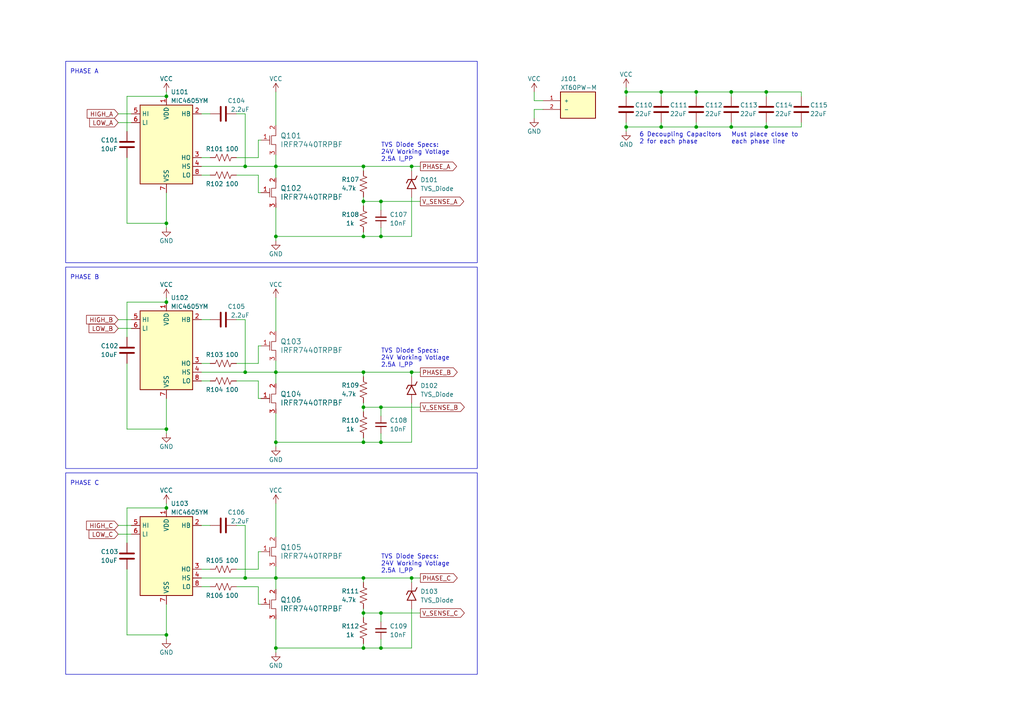
<source format=kicad_sch>
(kicad_sch (version 20230121) (generator eeschema)
  (paper "A4")
  (lib_symbols
    (symbol "Device:C" (pin_numbers hide) (pin_names (offset 0.254))
      (property "Reference" "C" (at 0.635 2.54 0))
      (property "Value" "C" (at 0.635 -2.54 0))
      (symbol "C_0_1"
        (polyline (pts (xy -2.032 -0.762) (xy 2.032 -0.762)) (stroke (width 0.508)))
        (polyline (pts (xy -2.032 0.762) (xy 2.032 0.762)) (stroke (width 0.508)))
      )
      (symbol "C_1_1"
        (pin passive line (at 0 3.81 270) (length 2.794) (name "~") (number "1"))
        (pin passive line (at 0 -3.81 90) (length 2.794) (name "~") (number "2"))
      )
    )
    (symbol "Device:C_Small" (pin_numbers hide) (pin_names (offset 0.254) hide)
      (property "Reference" "C" (at 0.254 1.778 0))
      (property "Value" "C_Small" (at 0.254 -2.032 0))
      (symbol "C_Small_0_1"
        (polyline (pts (xy -1.524 -0.508) (xy 1.524 -0.508)) (stroke (width 0.3302)))
        (polyline (pts (xy -1.524 0.508) (xy 1.524 0.508)) (stroke (width 0.3048)))
      )
      (symbol "C_Small_1_1"
        (pin passive line (at 0 2.54 270) (length 2.032) (name "~") (number "1"))
        (pin passive line (at 0 -2.54 90) (length 2.032) (name "~") (number "2"))
      )
    )
    (symbol "Device:R_US" (pin_numbers hide) (pin_names (offset 0))
      (property "Reference" "R" (at 2.54 0 90))
      (property "Value" "R_US" (at -2.54 0 90))
      (symbol "R_US_0_1"
        (polyline (pts (xy 0 -2.286) (xy 0 -2.54)))
        (polyline (pts (xy 0 2.286) (xy 0 2.54)))
        (polyline (pts (xy 0 -0.762) (xy 1.016 -1.143) (xy 0 -1.524) (xy -1.016 -1.905) (xy 0 -2.286)))
        (polyline (pts (xy 0 0.762) (xy 1.016 0.381) (xy 0 0) (xy -1.016 -0.381) (xy 0 -0.762)))
        (polyline (pts (xy 0 2.286) (xy 1.016 1.905) (xy 0 1.524) (xy -1.016 1.143) (xy 0 0.762)))
      )
      (symbol "R_US_1_1"
        (pin passive line (at 0 3.81 270) (length 1.27) (name "~") (number "1"))
        (pin passive line (at 0 -3.81 90) (length 1.27) (name "~") (number "2"))
      )
    )
    (symbol "Driver_FET:MIC4604YM"
      (property "Reference" "U" (at -8.89 -8.89 0))
      (property "Value" "MIC4604YM" (at -8.89 -11.43 0))
      (symbol "MIC4604YM_0_1"
        (rectangle (start -7.62 -12.7) (end 7.62 10.16) (stroke (width 0.254)) (fill (type background)))
      )
      (symbol "MIC4604YM_1_1"
        (pin power_in line (at 0 12.7 270) (length 2.54) (name "VDD") (number "1"))
        (pin passive line (at 10.16 7.62 180) (length 2.54) (name "HB") (number "2"))
        (pin output line (at 10.16 -5.08 180) (length 2.54) (name "HO") (number "3"))
        (pin passive line (at 10.16 -7.62 180) (length 2.54) (name "HS") (number "4"))
        (pin input line (at -10.16 7.62 0) (length 2.54) (name "HI") (number "5"))
        (pin input line (at -10.16 5.08 0) (length 2.54) (name "LI") (number "6"))
        (pin power_in line (at 0 -15.24 90) (length 2.54) (name "VSS") (number "7"))
        (pin output line (at 10.16 -10.16 180) (length 2.54) (name "LO") (number "8"))
      )
    )
    (symbol "IRF7440TRPBF:IRFR7440TRPBF" (pin_names (offset 0.254) hide)
      (property "Reference" "Q" (at 2.794 1.27 0))
      (property "Value" "IRFR7440TRPBF" (at 10.922 -1.27 0))
      (symbol "IRFR7440TRPBF_1_1"
        (polyline (pts (xy -0.508 1.27) (xy -0.508 -1.27)))
        (polyline (pts (xy 0 -1.27) (xy 1.27 -1.27) (xy 1.27 -3.048)))
        (polyline (pts (xy 0 -1.27) (xy 0 1.27) (xy 1.27 1.27) (xy 1.27 3.048)))
        (pin input line (at -3.048 0 0) (length 2.54) (name "G") (number "1"))
        (pin input line (at 1.27 4.318 270) (length 1.27) (name "S") (number "2"))
        (pin output line (at 1.27 -4.318 90) (length 1.27) (name "D") (number "3"))
      )
    )
    (symbol "SMF4L24AT1G:SMF4L24AT1G" (pin_numbers hide) (pin_names hide)
      (property "Reference" "D1" (at 7.62 2.54 90))
      (property "Value" "TVS_Diode" (at 10.16 2.54 90))
      (symbol "SMF4L24AT1G_1_1"
        (polyline (pts (xy 6.5014 1.566) (xy 7.5174 1.058)) (stroke (width 0.254)))
        (polyline (pts (xy 7.5174 -0.974) (xy 7.5174 1.058)) (stroke (width 0.254)))
        (polyline (pts (xy 7.5174 -0.974) (xy 8.5334 -1.482)) (stroke (width 0.254)))
        (polyline (pts (xy 7.62 0) (xy 10.16 1.27)) (stroke (width 0.254)))
        (polyline (pts (xy 10.16 -1.27) (xy 7.62 0)) (stroke (width 0.254)))
        (polyline (pts (xy 10.16 -1.27) (xy 10.16 1.27)) (stroke (width 0.254)))
        (pin passive line (at 4.98 0 0) (length 2.54) (name "K") (number "1"))
        (pin passive line (at 12.7 0 180) (length 2.54) (name "A") (number "2"))
      )
    )
    (symbol "XT60PW-M:XT60PW-M" (pin_names (offset 1.016))
      (property "Reference" "J101" (at -5.08 8.89 0))
      (property "Value" "XT60PW-M" (at -5.08 6.35 0))
      (symbol "XT60PW-M_0_0"
        (rectangle (start -5.08 5.08) (end 5.08 -2.54) (stroke (width 0.254)) (fill (type background)))
        (pin passive line (at -10.16 2.54 0) (length 5.08) (name "+") (number "1"))
        (pin passive line (at -10.16 0 0) (length 5.08) (name "-") (number "2"))
      )
    )
    (symbol "power:GND" (power) (pin_names (offset 0))
      (property "Value" "GND" (at 0 -3.81 0))
      (symbol "GND_0_1"
        (polyline (pts (xy 0 0) (xy 0 -1.27) (xy 1.27 -1.27) (xy 0 -2.54) (xy -1.27 -1.27) (xy 0 -1.27)))
      )
      (symbol "GND_1_1"
        (pin power_in line (at 0 0 270) (length 0) hide (name "GND") (number "1"))
      )
    )
    (symbol "power:VCC" (power) (pin_names (offset 0))
      (property "Value" "VCC" (at 0 3.81 0))
      (symbol "VCC_0_1"
        (polyline (pts (xy -0.762 1.27) (xy 0 2.54)))
        (polyline (pts (xy 0 0) (xy 0 2.54)))
        (polyline (pts (xy 0 2.54) (xy 0.762 1.27)))
      )
      (symbol "VCC_1_1"
        (pin power_in line (at 0 0 90) (length 0) hide (name "VCC") (number "1"))
      )
    )
  )
  (junction (at 222.25 26.67))
  (junction (at 191.77 26.67))
  (junction (at 191.77 36.83))
  (junction (at 119.38 167.64))
  (junction (at 110.49 58.42))
  (junction (at 48.26 124.46))
  (junction (at 48.26 87.63))
  (junction (at 212.09 26.67))
  (junction (at 48.26 64.77))
  (junction (at 222.25 36.83))
  (junction (at 80.01 107.95))
  (junction (at 80.01 167.64))
  (junction (at 105.41 187.96))
  (junction (at 48.26 184.15))
  (junction (at 105.41 48.26))
  (junction (at 80.01 68.58))
  (junction (at 80.01 187.96))
  (junction (at 105.41 58.42))
  (junction (at 105.41 167.64))
  (junction (at 212.09 36.83))
  (junction (at 119.38 107.95))
  (junction (at 110.49 177.8))
  (junction (at 110.49 128.27))
  (junction (at 110.49 187.96))
  (junction (at 105.41 177.8))
  (junction (at 80.01 128.27))
  (junction (at 48.26 27.94))
  (junction (at 110.49 68.58))
  (junction (at 201.93 26.67))
  (junction (at 105.41 128.27))
  (junction (at 105.41 107.95))
  (junction (at 181.61 36.83))
  (junction (at 80.01 48.26))
  (junction (at 71.12 48.26))
  (junction (at 201.93 36.83))
  (junction (at 71.12 167.64))
  (junction (at 105.41 118.11))
  (junction (at 48.26 147.32))
  (junction (at 119.38 48.26))
  (junction (at 181.61 26.67))
  (junction (at 105.41 68.58))
  (junction (at 110.49 118.11))
  (junction (at 71.12 107.95))
  (wire (pts (xy 119.38 116.94) (xy 119.38 128.27)))
  (wire (pts (xy 105.41 128.27) (xy 110.49 128.27)))
  (wire (pts (xy 110.49 185.42) (xy 110.49 187.96)))
  (wire (pts (xy 48.26 124.46) (xy 48.26 125.73)))
  (wire (pts (xy 68.58 105.41) (xy 74.93 105.41)))
  (wire (pts (xy 58.42 92.71) (xy 60.96 92.71)))
  (wire (pts (xy 110.49 58.42) (xy 121.92 58.42)))
  (wire (pts (xy 105.41 167.64) (xy 105.41 168.91)))
  (wire (pts (xy 68.58 45.72) (xy 74.93 45.72)))
  (wire (pts (xy 68.58 152.4) (xy 71.12 152.4)))
  (wire (pts (xy 34.29 92.71) (xy 38.1 92.71)))
  (wire (pts (xy 119.38 48.26) (xy 121.92 48.26)))
  (wire (pts (xy 181.61 36.83) (xy 181.61 38.1)))
  (wire (pts (xy 105.41 107.95) (xy 119.38 107.95)))
  (wire (pts (xy 71.12 92.71) (xy 71.12 107.95)))
  (wire (pts (xy 36.83 27.94) (xy 36.83 38.1)))
  (wire (pts (xy 105.41 58.42) (xy 105.41 57.15)))
  (wire (pts (xy 74.93 50.8) (xy 74.93 55.88)))
  (wire (pts (xy 232.41 26.67) (xy 232.41 27.94)))
  (wire (pts (xy 80.01 107.95) (xy 105.41 107.95)))
  (wire (pts (xy 157.48 29.21) (xy 154.94 29.21)))
  (wire (pts (xy 48.26 175.26) (xy 48.26 184.15)))
  (wire (pts (xy 48.26 147.32) (xy 36.83 147.32)))
  (wire (pts (xy 201.93 36.83) (xy 212.09 36.83)))
  (wire (pts (xy 80.01 69.85) (xy 80.01 68.58)))
  (wire (pts (xy 34.29 152.4) (xy 38.1 152.4)))
  (wire (pts (xy 105.41 58.42) (xy 110.49 58.42)))
  (wire (pts (xy 80.01 48.26) (xy 80.01 51.562)))
  (wire (pts (xy 74.93 105.41) (xy 74.93 100.33)))
  (wire (pts (xy 157.48 31.75) (xy 154.94 31.75)))
  (wire (pts (xy 80.01 60.198) (xy 80.01 68.58)))
  (wire (pts (xy 119.38 167.64) (xy 121.92 167.64)))
  (wire (pts (xy 80.01 155.702) (xy 80.01 146.05)))
  (wire (pts (xy 48.26 184.15) (xy 48.26 185.42)))
  (wire (pts (xy 181.61 25.4) (xy 181.61 26.67)))
  (wire (pts (xy 105.41 118.11) (xy 110.49 118.11)))
  (wire (pts (xy 191.77 36.83) (xy 201.93 36.83)))
  (wire (pts (xy 105.41 118.11) (xy 105.41 116.84)))
  (wire (pts (xy 105.41 48.26) (xy 119.38 48.26)))
  (wire (pts (xy 181.61 35.56) (xy 181.61 36.83)))
  (wire (pts (xy 34.29 33.02) (xy 38.1 33.02)))
  (wire (pts (xy 58.42 167.64) (xy 71.12 167.64)))
  (wire (pts (xy 68.58 110.49) (xy 74.93 110.49)))
  (wire (pts (xy 48.26 87.63) (xy 36.83 87.63)))
  (wire (pts (xy 74.93 55.88) (xy 75.692 55.88)))
  (wire (pts (xy 80.01 68.58) (xy 105.41 68.58)))
  (wire (pts (xy 68.58 92.71) (xy 71.12 92.71)))
  (wire (pts (xy 212.09 36.83) (xy 222.25 36.83)))
  (wire (pts (xy 48.26 26.67) (xy 48.26 27.94)))
  (wire (pts (xy 212.09 26.67) (xy 222.25 26.67)))
  (wire (pts (xy 110.49 177.8) (xy 121.92 177.8)))
  (wire (pts (xy 58.42 107.95) (xy 71.12 107.95)))
  (wire (pts (xy 80.01 107.95) (xy 80.01 111.252)))
  (wire (pts (xy 119.38 48.26) (xy 119.38 49.53)))
  (wire (pts (xy 105.41 167.64) (xy 119.38 167.64)))
  (wire (pts (xy 191.77 35.56) (xy 191.77 36.83)))
  (wire (pts (xy 34.29 154.94) (xy 38.1 154.94)))
  (wire (pts (xy 58.42 48.26) (xy 71.12 48.26)))
  (wire (pts (xy 71.12 33.02) (xy 71.12 48.26)))
  (wire (pts (xy 110.49 177.8) (xy 110.49 180.34)))
  (wire (pts (xy 74.93 40.64) (xy 75.692 40.64)))
  (wire (pts (xy 119.38 107.95) (xy 119.38 109.22)))
  (wire (pts (xy 105.41 68.58) (xy 110.49 68.58)))
  (wire (pts (xy 212.09 35.56) (xy 212.09 36.83)))
  (wire (pts (xy 119.38 167.64) (xy 119.38 168.91)))
  (wire (pts (xy 212.09 26.67) (xy 212.09 27.94)))
  (wire (pts (xy 48.26 64.77) (xy 48.26 66.04)))
  (wire (pts (xy 105.41 118.11) (xy 105.41 119.38)))
  (wire (pts (xy 110.49 125.73) (xy 110.49 128.27)))
  (wire (pts (xy 36.83 165.1) (xy 36.83 184.15)))
  (wire (pts (xy 181.61 26.67) (xy 181.61 27.94)))
  (wire (pts (xy 71.12 167.64) (xy 80.01 167.64)))
  (wire (pts (xy 80.01 167.64) (xy 105.41 167.64)))
  (wire (pts (xy 110.49 118.11) (xy 121.92 118.11)))
  (wire (pts (xy 58.42 50.8) (xy 60.96 50.8)))
  (wire (pts (xy 191.77 26.67) (xy 191.77 27.94)))
  (wire (pts (xy 105.41 107.95) (xy 105.41 109.22)))
  (wire (pts (xy 105.41 127) (xy 105.41 128.27)))
  (wire (pts (xy 201.93 35.56) (xy 201.93 36.83)))
  (wire (pts (xy 74.93 175.26) (xy 75.692 175.26)))
  (wire (pts (xy 36.83 45.72) (xy 36.83 64.77)))
  (wire (pts (xy 80.01 128.27) (xy 105.41 128.27)))
  (wire (pts (xy 68.58 33.02) (xy 71.12 33.02)))
  (wire (pts (xy 71.12 48.26) (xy 80.01 48.26)))
  (wire (pts (xy 48.26 55.88) (xy 48.26 64.77)))
  (wire (pts (xy 68.58 50.8) (xy 74.93 50.8)))
  (wire (pts (xy 201.93 26.67) (xy 212.09 26.67)))
  (wire (pts (xy 80.01 129.54) (xy 80.01 128.27)))
  (wire (pts (xy 48.26 86.36) (xy 48.26 87.63)))
  (wire (pts (xy 80.01 36.322) (xy 80.01 26.67)))
  (wire (pts (xy 68.58 170.18) (xy 74.93 170.18)))
  (wire (pts (xy 74.93 165.1) (xy 74.93 160.02)))
  (wire (pts (xy 105.41 67.31) (xy 105.41 68.58)))
  (wire (pts (xy 71.12 152.4) (xy 71.12 167.64)))
  (wire (pts (xy 58.42 33.02) (xy 60.96 33.02)))
  (wire (pts (xy 80.01 48.26) (xy 105.41 48.26)))
  (wire (pts (xy 105.41 177.8) (xy 110.49 177.8)))
  (wire (pts (xy 36.83 64.77) (xy 48.26 64.77)))
  (wire (pts (xy 74.93 45.72) (xy 74.93 40.64)))
  (wire (pts (xy 222.25 35.56) (xy 222.25 36.83)))
  (wire (pts (xy 71.12 107.95) (xy 80.01 107.95)))
  (wire (pts (xy 58.42 170.18) (xy 60.96 170.18)))
  (wire (pts (xy 80.01 119.888) (xy 80.01 128.27)))
  (wire (pts (xy 154.94 31.75) (xy 154.94 34.29)))
  (wire (pts (xy 191.77 26.67) (xy 201.93 26.67)))
  (wire (pts (xy 119.38 176.63) (xy 119.38 187.96)))
  (wire (pts (xy 74.93 170.18) (xy 74.93 175.26)))
  (wire (pts (xy 36.83 87.63) (xy 36.83 97.79)))
  (wire (pts (xy 80.01 187.96) (xy 105.41 187.96)))
  (wire (pts (xy 80.01 189.23) (xy 80.01 187.96)))
  (wire (pts (xy 119.38 57.25) (xy 119.38 68.58)))
  (wire (pts (xy 105.41 177.8) (xy 105.41 179.07)))
  (wire (pts (xy 181.61 26.67) (xy 191.77 26.67)))
  (wire (pts (xy 201.93 26.67) (xy 201.93 27.94)))
  (wire (pts (xy 68.58 165.1) (xy 74.93 165.1)))
  (wire (pts (xy 110.49 68.58) (xy 119.38 68.58)))
  (wire (pts (xy 36.83 105.41) (xy 36.83 124.46)))
  (wire (pts (xy 80.01 179.578) (xy 80.01 187.96)))
  (wire (pts (xy 80.01 104.648) (xy 80.01 107.95)))
  (wire (pts (xy 74.93 110.49) (xy 74.93 115.57)))
  (wire (pts (xy 58.42 110.49) (xy 60.96 110.49)))
  (wire (pts (xy 80.01 44.958) (xy 80.01 48.26)))
  (wire (pts (xy 34.29 95.25) (xy 38.1 95.25)))
  (wire (pts (xy 105.41 186.69) (xy 105.41 187.96)))
  (wire (pts (xy 110.49 58.42) (xy 110.49 60.96)))
  (wire (pts (xy 58.42 165.1) (xy 60.96 165.1)))
  (wire (pts (xy 110.49 128.27) (xy 119.38 128.27)))
  (wire (pts (xy 58.42 45.72) (xy 60.96 45.72)))
  (wire (pts (xy 110.49 187.96) (xy 119.38 187.96)))
  (wire (pts (xy 105.41 48.26) (xy 105.41 49.53)))
  (wire (pts (xy 48.26 146.05) (xy 48.26 147.32)))
  (wire (pts (xy 48.26 115.57) (xy 48.26 124.46)))
  (wire (pts (xy 222.25 36.83) (xy 232.41 36.83)))
  (wire (pts (xy 36.83 124.46) (xy 48.26 124.46)))
  (wire (pts (xy 74.93 115.57) (xy 75.692 115.57)))
  (wire (pts (xy 181.61 36.83) (xy 191.77 36.83)))
  (wire (pts (xy 105.41 177.8) (xy 105.41 176.53)))
  (wire (pts (xy 48.26 27.94) (xy 36.83 27.94)))
  (wire (pts (xy 110.49 118.11) (xy 110.49 120.65)))
  (wire (pts (xy 119.38 107.95) (xy 121.92 107.95)))
  (wire (pts (xy 74.93 100.33) (xy 75.692 100.33)))
  (wire (pts (xy 36.83 184.15) (xy 48.26 184.15)))
  (wire (pts (xy 222.25 26.67) (xy 232.41 26.67)))
  (wire (pts (xy 222.25 26.67) (xy 222.25 27.94)))
  (wire (pts (xy 58.42 105.41) (xy 60.96 105.41)))
  (wire (pts (xy 154.94 26.67) (xy 154.94 29.21)))
  (wire (pts (xy 80.01 164.338) (xy 80.01 167.64)))
  (wire (pts (xy 58.42 152.4) (xy 60.96 152.4)))
  (wire (pts (xy 34.29 35.56) (xy 38.1 35.56)))
  (wire (pts (xy 74.93 160.02) (xy 75.692 160.02)))
  (wire (pts (xy 80.01 96.012) (xy 80.01 86.36)))
  (wire (pts (xy 105.41 58.42) (xy 105.41 59.69)))
  (wire (pts (xy 110.49 66.04) (xy 110.49 68.58)))
  (wire (pts (xy 80.01 167.64) (xy 80.01 170.942)))
  (wire (pts (xy 232.41 36.83) (xy 232.41 35.56)))
  (wire (pts (xy 36.83 147.32) (xy 36.83 157.48)))
  (wire (pts (xy 105.41 187.96) (xy 110.49 187.96)))
  (rectangle (start 19.05 77.47) (end 138.43 135.89))
  (rectangle (start 19.05 17.78) (end 138.43 76.2))
  (rectangle (start 19.05 137.16) (end 138.43 195.58))
  (text "PHASE C\n" (at 20.32 140.97 0) (effects (font (size 1.27 1.27)) (justify left bottom)))
  (text "TVS Diode Specs:\n24V Working Votlage\n2.5A I_PP" (at 110.49 106.68 0) (effects (font (size 1.27 1.27)) (justify left bottom)))
  (text "PHASE B\n" (at 20.32 81.28 0) (effects (font (size 1.27 1.27)) (justify left bottom)))
  (text "TVS Diode Specs:\n24V Working Votlage\n2.5A I_PP" (at 110.49 46.99 0) (effects (font (size 1.27 1.27)) (justify left bottom)))
  (text "6 Decoupling Capacitors\n2 for each phase" (at 185.42 41.91 0) (effects (font (size 1.27 1.27)) (justify left bottom)))
  (text "Must place close to\neach phase line" (at 212.09 41.91 0) (effects (font (size 1.27 1.27)) (justify left bottom)))
  (text "PHASE A" (at 20.32 21.59 0) (effects (font (size 1.27 1.27)) (justify left bottom)))
  (text "TVS Diode Specs:\n24V Working Votlage\n2.5A I_PP" (at 110.49 166.37 0) (effects (font (size 1.27 1.27)) (justify left bottom)))
  (global_label "HIGH_B" (shape input) (at 34.29 92.71 180) (property "Intersheetrefs" "${INTERSHEET_REFS}" (effects hide)))
  (global_label "LOW_A" (shape input) (at 34.29 35.56 180) (property "Intersheetrefs" "${INTERSHEET_REFS}" (effects hide)))
  (global_label "LOW_C" (shape input) (at 34.29 154.94 180) (property "Intersheetrefs" "${INTERSHEET_REFS}" (effects hide)))
  (global_label "HIGH_A" (shape input) (at 34.29 33.02 180) (property "Intersheetrefs" "${INTERSHEET_REFS}" (effects hide)))
  (global_label "V_SENSE_B" (shape output) (at 121.92 118.11 0) (property "Intersheetrefs" "${INTERSHEET_REFS}" (effects hide)))
  (global_label "HIGH_C" (shape input) (at 34.29 152.4 180) (property "Intersheetrefs" "${INTERSHEET_REFS}" (effects hide)))
  (global_label "LOW_B" (shape input) (at 34.29 95.25 180) (property "Intersheetrefs" "${INTERSHEET_REFS}" (effects hide)))
  (global_label "PHASE_C" (shape output) (at 121.92 167.64 0) (property "Intersheetrefs" "${INTERSHEET_REFS}" (effects hide)))
  (global_label "PHASE_A" (shape output) (at 121.92 48.26 0) (property "Intersheetrefs" "${INTERSHEET_REFS}" (effects hide)))
  (global_label "V_SENSE_C" (shape output) (at 121.92 177.8 0) (property "Intersheetrefs" "${INTERSHEET_REFS}" (effects hide)))
  (global_label "PHASE_B" (shape output) (at 121.92 107.95 0) (property "Intersheetrefs" "${INTERSHEET_REFS}" (effects hide)))
  (global_label "V_SENSE_A" (shape output) (at 121.92 58.42 0) (property "Intersheetrefs" "${INTERSHEET_REFS}" (effects hide)))
  (symbol (lib_id "SMF4L24AT1G:SMF4L24AT1G") (at 119.38 163.93 270) (unit 1)
    (property "Reference" "D103" (at 121.92 171.55 90) (effects (justify left)))
    (property "Value" "TVS_Diode" (at 121.92 174.09 90) (effects (justify left)))
    (property "Footprint" "SODFL3619X98N" (effects hide))
    (property "Datasheet" "https://www.littelfuse.com/media?resourcetype=datasheets&itemid=f093622a-2591-4e70-85e6-32321d2f8c5a&filename=tvs-diode-smf4l-t1g-datasheet" (effects hide))
    (property "Height" "0.98" (effects hide))
    (property "Manufacturer_Name" "LITTELFUSE" (effects hide))
    (property "Manufacturer_Part_Number" "SMF4L24AT1G" (effects hide))
  )
  (symbol (lib_id "power:VCC") (at 48.26 26.67 0) (unit 1)
    (property "Reference" "#PWR0101" (effects hide))
    (property "Value" "VCC" (at 48.26 22.86 0))
  )
  (symbol (lib_id "Device:R_US") (at 64.77 170.18 270) (unit 1)
    (property "Reference" "R106" (at 62.23 172.72 90))
    (property "Value" "100" (at 67.31 172.72 90))
    (property "Footprint" "Resistor_SMD:R_0603_1608Metric" (effects hide))
  )
  (symbol (lib_id "Device:C_Small") (at 110.49 63.5 180) (unit 1)
    (property "Reference" "C107" (at 113.03 62.23 0) (effects (justify right)))
    (property "Value" "10nF" (at 113.03 64.77 0) (effects (justify right)))
    (property "Footprint" "Capacitor_SMD:C_0603_1608Metric" (effects hide))
  )
  (symbol (lib_id "power:VCC") (at 80.01 146.05 0) (unit 1)
    (property "Reference" "#PWR0111" (effects hide))
    (property "Value" "VCC" (at 80.01 142.24 0))
  )
  (symbol (lib_id "XT60PW-M:XT60PW-M") (at 167.64 31.75 0) (unit 1)
    (property "Reference" "J101" (at 162.56 22.86 0) (effects (justify left)))
    (property "Value" "XT60PW-M" (at 162.56 25.4 0) (effects (justify left)))
    (property "Footprint" "XT60PW-M:XT60PW-M" (effects hide))
    (property "MF" "AMASS" (effects hide))
    (property "MAXIMUM_PACKAGE_HEIGHT" "8.4 mm" (effects hide))
    (property "Package" "Package" (effects hide))
    (property "Price" "None" (effects hide))
    (property "Check_prices" "https://www.snapeda.com/parts/XT60PW-M/AMASS/view-part/?ref=eda" (effects hide))
    (property "STANDARD" "Manufacturer recommendations" (effects hide))
    (property "PARTREV" "V1.2" (effects hide))
    (property "SnapEDA_Link" "https://www.snapeda.com/parts/XT60PW-M/AMASS/view-part/?ref=snap" (effects hide))
    (property "MP" "XT60PW-M" (effects hide))
    (property "Description" "\nSocket, DC supply, male, PIN: 2\n" (effects hide))
    (property "Availability" "Not in stock" (effects hide))
    (property "MANUFACTURER" "AMASS" (effects hide))
  )
  (symbol (lib_id "IRF7440TRPBF:IRFR7440TRPBF") (at 78.74 175.26 0) (unit 1)
    (property "Reference" "Q106" (at 81.28 173.99 0) (effects (font (size 1.524 1.524)) (justify left)))
    (property "Value" "IRFR7440TRPBF" (at 81.28 176.53 0) (effects (font (size 1.524 1.524)) (justify left)))
    (property "Footprint" "D-Pak_IRFR7440TRPBF_INF" (effects hide))
    (property "Datasheet" "IRFR7440TRPBF" (effects hide))
  )
  (symbol (lib_id "power:GND") (at 48.26 66.04 0) (mirror y) (unit 1)
    (property "Reference" "#PWR0102" (effects hide))
    (property "Value" "GND" (at 48.26 69.85 0))
  )
  (symbol (lib_id "power:GND") (at 48.26 125.73 0) (mirror y) (unit 1)
    (property "Reference" "#PWR0104" (effects hide))
    (property "Value" "GND" (at 48.26 129.54 0))
  )
  (symbol (lib_id "Device:R_US") (at 64.77 105.41 270) (unit 1)
    (property "Reference" "R103" (at 62.23 102.87 90))
    (property "Value" "100" (at 67.31 102.87 90))
    (property "Footprint" "Resistor_SMD:R_0603_1608Metric" (effects hide))
  )
  (symbol (lib_id "power:VCC") (at 48.26 86.36 0) (unit 1)
    (property "Reference" "#PWR0103" (effects hide))
    (property "Value" "VCC" (at 48.26 82.55 0))
  )
  (symbol (lib_id "power:GND") (at 154.94 34.29 0) (unit 1)
    (property "Reference" "#PWR0114" (effects hide))
    (property "Value" "GND" (at 154.94 38.1 0))
  )
  (symbol (lib_id "Driver_FET:MIC4604YM") (at 48.26 100.33 0) (unit 1)
    (property "Reference" "U102" (at 49.53 86.36 0) (effects (justify left)))
    (property "Value" "MIC4605YM" (at 49.53 88.9 0) (effects (justify left)))
    (property "Footprint" "Package_SO:SOIC-8_3.9x4.9mm_P1.27mm" (effects hide))
    (property "Datasheet" "http://ww1.microchip.com/downloads/en/DeviceDoc/20005852A.pdf" (effects hide))
  )
  (symbol (lib_id "Device:C") (at 36.83 101.6 0) (unit 1)
    (property "Reference" "C102" (at 29.21 100.33 0) (effects (justify left)))
    (property "Value" "10uF" (at 29.21 102.87 0) (effects (justify left)))
    (property "Footprint" "Capacitor_SMD:C_0603_1608Metric" (effects hide))
  )
  (symbol (lib_id "Device:C") (at 201.93 31.75 0) (unit 1)
    (property "Reference" "C112" (at 204.47 30.48 0) (effects (justify left)))
    (property "Value" "22uF" (at 204.47 33.02 0) (effects (justify left)))
    (property "Footprint" "Capacitor_SMD:C_1210_3225Metric" (effects hide))
  )
  (symbol (lib_id "power:GND") (at 80.01 129.54 0) (mirror y) (unit 1)
    (property "Reference" "#PWR0110" (effects hide))
    (property "Value" "GND" (at 80.01 133.35 0))
  )
  (symbol (lib_id "Device:C_Small") (at 110.49 123.19 180) (unit 1)
    (property "Reference" "C108" (at 113.03 121.92 0) (effects (justify right)))
    (property "Value" "10nF" (at 113.03 124.46 0) (effects (justify right)))
    (property "Footprint" "Capacitor_SMD:C_0603_1608Metric" (effects hide))
  )
  (symbol (lib_id "power:VCC") (at 80.01 86.36 0) (unit 1)
    (property "Reference" "#PWR0109" (effects hide))
    (property "Value" "VCC" (at 80.01 82.55 0))
  )
  (symbol (lib_id "Driver_FET:MIC4604YM") (at 48.26 160.02 0) (unit 1)
    (property "Reference" "U103" (at 49.53 146.05 0) (effects (justify left)))
    (property "Value" "MIC4605YM" (at 49.53 148.59 0) (effects (justify left)))
    (property "Footprint" "Package_SO:SOIC-8_3.9x4.9mm_P1.27mm" (effects hide))
    (property "Datasheet" "http://ww1.microchip.com/downloads/en/DeviceDoc/20005852A.pdf" (effects hide))
  )
  (symbol (lib_id "Device:C") (at 191.77 31.75 0) (unit 1)
    (property "Reference" "C111" (at 194.31 30.48 0) (effects (justify left)))
    (property "Value" "22uF" (at 194.31 33.02 0) (effects (justify left)))
    (property "Footprint" "Capacitor_SMD:C_1210_3225Metric" (effects hide))
  )
  (symbol (lib_id "IRF7440TRPBF:IRFR7440TRPBF") (at 78.74 40.64 0) (unit 1)
    (property "Reference" "Q101" (at 81.28 39.37 0) (effects (font (size 1.524 1.524)) (justify left)))
    (property "Value" "IRFR7440TRPBF" (at 81.28 41.91 0) (effects (font (size 1.524 1.524)) (justify left)))
    (property "Footprint" "D-Pak_IRFR7440TRPBF_INF" (effects hide))
    (property "Datasheet" "IRFR7440TRPBF" (effects hide))
  )
  (symbol (lib_id "Device:C") (at 36.83 41.91 0) (unit 1)
    (property "Reference" "C101" (at 29.21 40.64 0) (effects (justify left)))
    (property "Value" "10uF" (at 29.21 43.18 0) (effects (justify left)))
    (property "Footprint" "Capacitor_SMD:C_0603_1608Metric" (effects hide))
  )
  (symbol (lib_id "Device:C") (at 222.25 31.75 0) (unit 1)
    (property "Reference" "C114" (at 224.79 30.48 0) (effects (justify left)))
    (property "Value" "22uF" (at 224.79 33.02 0) (effects (justify left)))
    (property "Footprint" "Capacitor_SMD:C_1210_3225Metric" (effects hide))
  )
  (symbol (lib_id "Device:R_US") (at 105.41 53.34 0) (unit 1)
    (property "Reference" "R107" (at 99.06 52.07 0) (effects (justify left)))
    (property "Value" "4.7k" (at 99.06 54.61 0) (effects (justify left)))
    (property "Footprint" "Resistor_SMD:R_0603_1608Metric" (effects hide))
  )
  (symbol (lib_id "power:GND") (at 80.01 189.23 0) (mirror y) (unit 1)
    (property "Reference" "#PWR0112" (effects hide))
    (property "Value" "GND" (at 80.01 193.04 0))
  )
  (symbol (lib_id "power:VCC") (at 48.26 146.05 0) (unit 1)
    (property "Reference" "#PWR0105" (effects hide))
    (property "Value" "VCC" (at 48.26 142.24 0))
  )
  (symbol (lib_id "Device:R_US") (at 64.77 45.72 270) (unit 1)
    (property "Reference" "R101" (at 62.23 43.18 90))
    (property "Value" "100" (at 67.31 43.18 90))
    (property "Footprint" "Resistor_SMD:R_0603_1608Metric" (effects hide))
  )
  (symbol (lib_id "Device:C") (at 212.09 31.75 0) (unit 1)
    (property "Reference" "C113" (at 214.63 30.48 0) (effects (justify left)))
    (property "Value" "22uF" (at 214.63 33.02 0) (effects (justify left)))
    (property "Footprint" "Capacitor_SMD:C_1210_3225Metric" (effects hide))
  )
  (symbol (lib_id "Device:C") (at 36.83 161.29 0) (unit 1)
    (property "Reference" "C103" (at 29.21 160.02 0) (effects (justify left)))
    (property "Value" "10uF" (at 29.21 162.56 0) (effects (justify left)))
    (property "Footprint" "Capacitor_SMD:C_0603_1608Metric" (effects hide))
  )
  (symbol (lib_id "Device:C") (at 232.41 31.75 0) (unit 1)
    (property "Reference" "C115" (at 234.95 30.48 0) (effects (justify left)))
    (property "Value" "22uF" (at 234.95 33.02 0) (effects (justify left)))
    (property "Footprint" "Capacitor_SMD:C_1210_3225Metric" (effects hide))
  )
  (symbol (lib_id "power:VCC") (at 154.94 26.67 0) (unit 1)
    (property "Reference" "#PWR0113" (effects hide))
    (property "Value" "VCC" (at 154.94 22.86 0))
  )
  (symbol (lib_id "power:VCC") (at 80.01 26.67 0) (unit 1)
    (property "Reference" "#PWR0107" (effects hide))
    (property "Value" "VCC" (at 80.01 22.86 0))
  )
  (symbol (lib_id "Device:R_US") (at 105.41 63.5 0) (unit 1)
    (property "Reference" "R108" (at 99.06 62.23 0) (effects (justify left)))
    (property "Value" "1k" (at 100.33 64.77 0) (effects (justify left)))
    (property "Footprint" "Resistor_SMD:R_0603_1608Metric" (effects hide))
  )
  (symbol (lib_id "power:GND") (at 80.01 69.85 0) (mirror y) (unit 1)
    (property "Reference" "#PWR0108" (effects hide))
    (property "Value" "GND" (at 80.01 73.66 0))
  )
  (symbol (lib_id "SMF4L24AT1G:SMF4L24AT1G") (at 119.38 44.55 270) (unit 1)
    (property "Reference" "D101" (at 121.92 52.17 90) (effects (justify left)))
    (property "Value" "TVS_Diode" (at 121.92 54.71 90) (effects (justify left)))
    (property "Footprint" "SODFL3619X98N" (effects hide))
    (property "Datasheet" "https://www.littelfuse.com/media?resourcetype=datasheets&itemid=f093622a-2591-4e70-85e6-32321d2f8c5a&filename=tvs-diode-smf4l-t1g-datasheet" (effects hide))
    (property "Height" "0.98" (effects hide))
    (property "Manufacturer_Name" "LITTELFUSE" (effects hide))
    (property "Manufacturer_Part_Number" "SMF4L24AT1G" (effects hide))
  )
  (symbol (lib_id "power:GND") (at 48.26 185.42 0) (mirror y) (unit 1)
    (property "Reference" "#PWR0106" (effects hide))
    (property "Value" "GND" (at 48.26 189.23 0))
  )
  (symbol (lib_id "Device:C_Small") (at 110.49 182.88 180) (unit 1)
    (property "Reference" "C109" (at 113.03 181.61 0) (effects (justify right)))
    (property "Value" "10nF" (at 113.03 184.15 0) (effects (justify right)))
    (property "Footprint" "Capacitor_SMD:C_0603_1608Metric" (effects hide))
  )
  (symbol (lib_id "Device:R_US") (at 64.77 165.1 270) (unit 1)
    (property "Reference" "R105" (at 62.23 162.56 90))
    (property "Value" "100" (at 67.31 162.56 90))
    (property "Footprint" "Resistor_SMD:R_0603_1608Metric" (effects hide))
  )
  (symbol (lib_id "IRF7440TRPBF:IRFR7440TRPBF") (at 78.74 160.02 0) (unit 1)
    (property "Reference" "Q105" (at 81.28 158.75 0) (effects (font (size 1.524 1.524)) (justify left)))
    (property "Value" "IRFR7440TRPBF" (at 81.28 161.29 0) (effects (font (size 1.524 1.524)) (justify left)))
    (property "Footprint" "D-Pak_IRFR7440TRPBF_INF" (effects hide))
    (property "Datasheet" "IRFR7440TRPBF" (effects hide))
  )
  (symbol (lib_id "Device:R_US") (at 105.41 172.72 0) (unit 1)
    (property "Reference" "R111" (at 99.06 171.45 0) (effects (justify left)))
    (property "Value" "4.7k" (at 99.06 173.99 0) (effects (justify left)))
    (property "Footprint" "Resistor_SMD:R_0603_1608Metric" (effects hide))
  )
  (symbol (lib_id "Device:R_US") (at 64.77 50.8 270) (unit 1)
    (property "Reference" "R102" (at 62.23 53.34 90))
    (property "Value" "100" (at 67.31 53.34 90))
    (property "Footprint" "Resistor_SMD:R_0603_1608Metric" (effects hide))
  )
  (symbol (lib_id "SMF4L24AT1G:SMF4L24AT1G") (at 119.38 104.24 270) (unit 1)
    (property "Reference" "D102" (at 121.92 111.86 90) (effects (justify left)))
    (property "Value" "TVS_Diode" (at 121.92 114.4 90) (effects (justify left)))
    (property "Footprint" "SODFL3619X98N" (effects hide))
    (property "Datasheet" "https://www.littelfuse.com/media?resourcetype=datasheets&itemid=f093622a-2591-4e70-85e6-32321d2f8c5a&filename=tvs-diode-smf4l-t1g-datasheet" (effects hide))
    (property "Height" "0.98" (effects hide))
    (property "Manufacturer_Name" "LITTELFUSE" (effects hide))
    (property "Manufacturer_Part_Number" "SMF4L24AT1G" (effects hide))
  )
  (symbol (lib_id "IRF7440TRPBF:IRFR7440TRPBF") (at 78.74 100.33 0) (unit 1)
    (property "Reference" "Q103" (at 81.28 99.06 0) (effects (font (size 1.524 1.524)) (justify left)))
    (property "Value" "IRFR7440TRPBF" (at 81.28 101.6 0) (effects (font (size 1.524 1.524)) (justify left)))
    (property "Footprint" "D-Pak_IRFR7440TRPBF_INF" (effects hide))
    (property "Datasheet" "IRFR7440TRPBF" (effects hide))
  )
  (symbol (lib_id "Device:R_US") (at 105.41 113.03 0) (unit 1)
    (property "Reference" "R109" (at 99.06 111.76 0) (effects (justify left)))
    (property "Value" "4.7k" (at 99.06 114.3 0) (effects (justify left)))
    (property "Footprint" "Resistor_SMD:R_0603_1608Metric" (effects hide))
  )
  (symbol (lib_id "power:GND") (at 181.61 38.1 0) (unit 1)
    (property "Reference" "#PWR0116" (effects hide))
    (property "Value" "GND" (at 181.61 41.91 0))
  )
  (symbol (lib_id "Device:C") (at 181.61 31.75 0) (unit 1)
    (property "Reference" "C110" (at 184.15 30.48 0) (effects (justify left)))
    (property "Value" "22uF" (at 184.15 33.02 0) (effects (justify left)))
    (property "Footprint" "Capacitor_SMD:C_1210_3225Metric" (effects hide))
  )
  (symbol (lib_id "Device:R_US") (at 105.41 123.19 0) (unit 1)
    (property "Reference" "R110" (at 99.06 121.92 0) (effects (justify left)))
    (property "Value" "1k" (at 100.33 124.46 0) (effects (justify left)))
    (property "Footprint" "Resistor_SMD:R_0603_1608Metric" (effects hide))
  )
  (symbol (lib_id "Driver_FET:MIC4604YM") (at 48.26 40.64 0) (unit 1)
    (property "Reference" "U101" (at 49.53 26.67 0) (effects (justify left)))
    (property "Value" "MIC4605YM" (at 49.53 29.21 0) (effects (justify left)))
    (property "Footprint" "Package_SO:SOIC-8_3.9x4.9mm_P1.27mm" (effects hide))
    (property "Datasheet" "http://ww1.microchip.com/downloads/en/DeviceDoc/20005852A.pdf" (effects hide))
  )
  (symbol (lib_id "Device:R_US") (at 64.77 110.49 270) (unit 1)
    (property "Reference" "R104" (at 62.23 113.03 90))
    (property "Value" "100" (at 67.31 113.03 90))
    (property "Footprint" "Resistor_SMD:R_0603_1608Metric" (effects hide))
  )
  (symbol (lib_id "IRF7440TRPBF:IRFR7440TRPBF") (at 78.74 115.57 0) (unit 1)
    (property "Reference" "Q104" (at 81.28 114.3 0) (effects (font (size 1.524 1.524)) (justify left)))
    (property "Value" "IRFR7440TRPBF" (at 81.28 116.84 0) (effects (font (size 1.524 1.524)) (justify left)))
    (property "Footprint" "D-Pak_IRFR7440TRPBF_INF" (effects hide))
    (property "Datasheet" "IRFR7440TRPBF" (effects hide))
  )
  (symbol (lib_id "Device:C") (at 64.77 152.4 90) (unit 1)
    (property "Reference" "C106" (at 71.12 148.59 90) (effects (justify left)))
    (property "Value" "2.2uF" (at 72.39 151.13 90) (effects (justify left)))
    (property "Footprint" "Capacitor_SMD:C_0603_1608Metric" (effects hide))
  )
  (symbol (lib_id "Device:C") (at 64.77 92.71 90) (unit 1)
    (property "Reference" "C105" (at 71.12 88.9 90) (effects (justify left)))
    (property "Value" "2.2uF" (at 72.39 91.44 90) (effects (justify left)))
    (property "Footprint" "Capacitor_SMD:C_0603_1608Metric" (effects hide))
  )
  (symbol (lib_id "Device:C") (at 64.77 33.02 90) (unit 1)
    (property "Reference" "C104" (at 71.12 29.21 90) (effects (justify left)))
    (property "Value" "2.2uF" (at 72.39 31.75 90) (effects (justify left)))
    (property "Footprint" "Capacitor_SMD:C_0603_1608Metric" (effects hide))
  )
  (symbol (lib_id "IRF7440TRPBF:IRFR7440TRPBF") (at 78.74 55.88 0) (unit 1)
    (property "Reference" "Q102" (at 81.28 54.61 0) (effects (font (size 1.524 1.524)) (justify left)))
    (property "Value" "IRFR7440TRPBF" (at 81.28 57.15 0) (effects (font (size 1.524 1.524)) (justify left)))
    (property "Footprint" "D-Pak_IRFR7440TRPBF_INF" (effects hide))
    (property "Datasheet" "IRFR7440TRPBF" (effects hide))
  )
  (symbol (lib_id "Device:R_US") (at 105.41 182.88 0) (unit 1)
    (property "Reference" "R112" (at 99.06 181.61 0) (effects (justify left)))
    (property "Value" "1k" (at 100.33 184.15 0) (effects (justify left)))
    (property "Footprint" "Resistor_SMD:R_0603_1608Metric" (effects hide))
  )
  (symbol (lib_id "power:VCC") (at 181.61 25.4 0) (unit 1)
    (property "Reference" "#PWR0115" (effects hide))
    (property "Value" "VCC" (at 181.61 21.59 0))
  )
)
</source>
